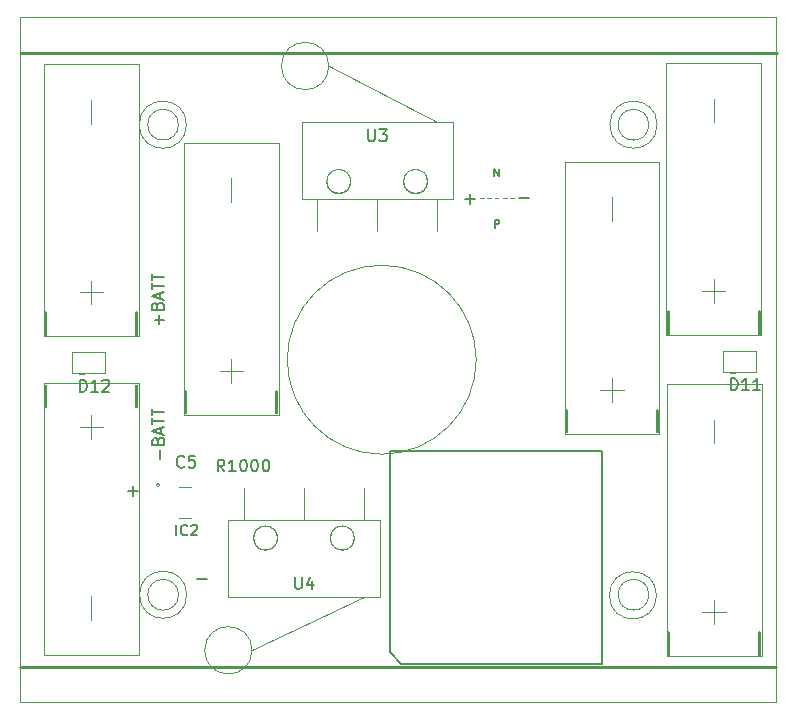
<source format=gbr>
%TF.GenerationSoftware,KiCad,Pcbnew,5.0.2-bee76a0~70~ubuntu18.04.1*%
%TF.CreationDate,2020-02-29T17:25:56-08:00*%
%TF.ProjectId,ypanel,7970616e-656c-42e6-9b69-6361645f7063,rev?*%
%TF.SameCoordinates,Original*%
%TF.FileFunction,Legend,Top*%
%TF.FilePolarity,Positive*%
%FSLAX46Y46*%
G04 Gerber Fmt 4.6, Leading zero omitted, Abs format (unit mm)*
G04 Created by KiCad (PCBNEW 5.0.2-bee76a0~70~ubuntu18.04.1) date Sat 29 Feb 2020 05:25:56 PM PST*
%MOMM*%
%LPD*%
G01*
G04 APERTURE LIST*
%ADD10C,0.100000*%
%ADD11C,0.120000*%
%ADD12C,0.203200*%
%ADD13C,0.150000*%
%ADD14C,0.254000*%
%ADD15C,0.050000*%
%ADD16C,0.127000*%
%ADD17C,0.101600*%
G04 APERTURE END LIST*
D10*
X166850000Y-118950000D02*
G75*
G03X166850000Y-118950000I-2000000J0D01*
G01*
X166900000Y-79100000D02*
G75*
G03X166900000Y-79100000I-2000000J0D01*
G01*
D11*
X144800000Y-125050000D02*
X162800000Y-125050000D01*
X127050000Y-79100000D02*
G75*
G03X127050000Y-79100000I-2000000J0D01*
G01*
D10*
X127075000Y-118900000D02*
G75*
G03X127075000Y-118900000I-2000000J0D01*
G01*
X151587000Y-99000001D02*
G75*
G03X151587000Y-99000001I-8000000J0D01*
G01*
X134779564Y-114100000D02*
G75*
G03X134779564Y-114100000I-1029564J0D01*
G01*
X141279564Y-114100000D02*
G75*
G03X141279564Y-114100000I-1029564J0D01*
G01*
X126375000Y-118900000D02*
G75*
G03X126375000Y-118900000I-1300000J0D01*
G01*
X140979564Y-83920436D02*
G75*
G03X140979564Y-83920436I-1029564J0D01*
G01*
X147479564Y-83920436D02*
G75*
G03X147479564Y-83920436I-1029564J0D01*
G01*
X176975000Y-70000000D02*
X176975000Y-128000000D01*
D12*
X127914571Y-117531242D02*
X128785428Y-117531242D01*
X122114571Y-110131642D02*
X122985428Y-110131642D01*
X122550000Y-110567071D02*
X122550000Y-109696214D01*
D13*
X124785428Y-107430628D02*
X124785428Y-106668723D01*
X124642571Y-105859200D02*
X124690190Y-105716342D01*
X124737809Y-105668723D01*
X124833047Y-105621104D01*
X124975904Y-105621104D01*
X125071142Y-105668723D01*
X125118761Y-105716342D01*
X125166380Y-105811580D01*
X125166380Y-106192533D01*
X124166380Y-106192533D01*
X124166380Y-105859200D01*
X124214000Y-105763961D01*
X124261619Y-105716342D01*
X124356857Y-105668723D01*
X124452095Y-105668723D01*
X124547333Y-105716342D01*
X124594952Y-105763961D01*
X124642571Y-105859200D01*
X124642571Y-106192533D01*
X124880666Y-105240152D02*
X124880666Y-104763961D01*
X125166380Y-105335390D02*
X124166380Y-105002057D01*
X125166380Y-104668723D01*
X124166380Y-104478247D02*
X124166380Y-103906819D01*
X125166380Y-104192533D02*
X124166380Y-104192533D01*
X124166380Y-103716342D02*
X124166380Y-103144914D01*
X125166380Y-103430628D02*
X124166380Y-103430628D01*
X124734628Y-96000628D02*
X124734628Y-95238723D01*
X125115580Y-95619676D02*
X124353676Y-95619676D01*
X124591771Y-94429200D02*
X124639390Y-94286342D01*
X124687009Y-94238723D01*
X124782247Y-94191104D01*
X124925104Y-94191104D01*
X125020342Y-94238723D01*
X125067961Y-94286342D01*
X125115580Y-94381580D01*
X125115580Y-94762533D01*
X124115580Y-94762533D01*
X124115580Y-94429200D01*
X124163200Y-94333961D01*
X124210819Y-94286342D01*
X124306057Y-94238723D01*
X124401295Y-94238723D01*
X124496533Y-94286342D01*
X124544152Y-94333961D01*
X124591771Y-94429200D01*
X124591771Y-94762533D01*
X124829866Y-93810152D02*
X124829866Y-93333961D01*
X125115580Y-93905390D02*
X124115580Y-93572057D01*
X125115580Y-93238723D01*
X124115580Y-93048247D02*
X124115580Y-92476819D01*
X125115580Y-92762533D02*
X124115580Y-92762533D01*
X124115580Y-92286342D02*
X124115580Y-91714914D01*
X125115580Y-92000628D02*
X124115580Y-92000628D01*
D14*
X113030000Y-72999600D02*
X177017200Y-72999600D01*
X113000000Y-125000000D02*
X176987200Y-125000000D01*
D10*
X166200000Y-118900000D02*
G75*
G03X166200000Y-118900000I-1300000J0D01*
G01*
D15*
X126372800Y-79100000D02*
G75*
G03X126372800Y-79100000I-1300000J0D01*
G01*
D10*
X166195000Y-79102480D02*
G75*
G03X166195000Y-79102480I-1300000J0D01*
G01*
X176975000Y-70000000D02*
X113000000Y-70000000D01*
X113000000Y-128000000D02*
X176975000Y-128000000D01*
X113000000Y-70000000D02*
X113000000Y-128000000D01*
D12*
X155214571Y-85331642D02*
X156085428Y-85331642D01*
D16*
X153147290Y-87816461D02*
X153147290Y-87181461D01*
X153389195Y-87181461D01*
X153449671Y-87211700D01*
X153479909Y-87241938D01*
X153510147Y-87302414D01*
X153510147Y-87393128D01*
X153479909Y-87453604D01*
X153449671Y-87483842D01*
X153389195Y-87514080D01*
X153147290Y-87514080D01*
X153481428Y-82812738D02*
X153481428Y-83447738D01*
X153118571Y-82812738D01*
X153118571Y-83447738D01*
D12*
X150617571Y-85413742D02*
X151488428Y-85413742D01*
X151053000Y-85849171D02*
X151053000Y-84978314D01*
D11*
X152259500Y-85332100D02*
X151942000Y-85332100D01*
X153466000Y-85332100D02*
X153148500Y-85332100D01*
X152513500Y-85332100D02*
X152831000Y-85332100D01*
X153847000Y-85332100D02*
X154164500Y-85332100D01*
X154799500Y-85332100D02*
X154482000Y-85332100D01*
D13*
X162250000Y-106750000D02*
X162250000Y-124750000D01*
X144250000Y-106750000D02*
X162250000Y-106750000D01*
X144250000Y-123750000D02*
X144250000Y-106750000D01*
X145250000Y-124750000D02*
X144250000Y-123750000D01*
X162250000Y-124750000D02*
X145250000Y-124750000D01*
D11*
X117945000Y-100250500D02*
X118345000Y-100250500D01*
X117345000Y-98350500D02*
X120145000Y-98350500D01*
X117345000Y-100150500D02*
X117345000Y-98350500D01*
X120145000Y-100150500D02*
X117345000Y-100150500D01*
X120145000Y-98350500D02*
X120145000Y-100150500D01*
X173063000Y-100123500D02*
X173463000Y-100123500D01*
X172463000Y-98223500D02*
X175263000Y-98223500D01*
X172463000Y-100023500D02*
X172463000Y-98223500D01*
X175263000Y-100023500D02*
X172463000Y-100023500D01*
X175263000Y-98223500D02*
X175263000Y-100023500D01*
D12*
X159198480Y-103250000D02*
X159198480Y-105150000D01*
X159198480Y-103250000D02*
X159298480Y-103250000D01*
X159298480Y-103250000D02*
X159298480Y-105150000D01*
X166898480Y-103250000D02*
X166998480Y-103250000D01*
X166998480Y-103250000D02*
X166998480Y-105150000D01*
X166898480Y-103250000D02*
X166898480Y-105150000D01*
D11*
X163098480Y-87250000D02*
X163098480Y-85250000D01*
X163098480Y-102550000D02*
X163098480Y-100550000D01*
X162098480Y-101550000D02*
X164098480Y-101550000D01*
X167098480Y-105250000D02*
X159098480Y-105250000D01*
X167098480Y-82250000D02*
X167098480Y-105250000D01*
X159098480Y-82250000D02*
X167098480Y-82250000D01*
X159098480Y-105250000D02*
X159098480Y-82250000D01*
X142100000Y-109900000D02*
X142100000Y-112500000D01*
X137000000Y-109900000D02*
X137000000Y-112500000D01*
X131900000Y-109900000D02*
X131900000Y-112500000D01*
X143400000Y-119100000D02*
X130600000Y-119100000D01*
X130600000Y-112600000D02*
X130600000Y-119100000D01*
X130600000Y-112600000D02*
X143400000Y-112600000D01*
X143400000Y-119100000D02*
X143400000Y-112600000D01*
X134750000Y-114100000D02*
G75*
G03X134750000Y-114100000I-1000000J0D01*
G01*
X141250000Y-114100000D02*
G75*
G03X141250000Y-114100000I-1000000J0D01*
G01*
X132600000Y-123600000D02*
G75*
G03X132600000Y-123600000I-2000000J0D01*
G01*
X142080000Y-119100000D02*
X132600000Y-123600000D01*
X138100000Y-88100000D02*
X138100000Y-85500000D01*
X143200000Y-88100000D02*
X143200000Y-85500000D01*
X148300000Y-88100000D02*
X148300000Y-85500000D01*
X136800000Y-78900000D02*
X149600000Y-78900000D01*
X149600000Y-85400000D02*
X149600000Y-78900000D01*
X149600000Y-85400000D02*
X136800000Y-85400000D01*
X136800000Y-78900000D02*
X136800000Y-85400000D01*
X147450000Y-83900000D02*
G75*
G03X147450000Y-83900000I-1000000J0D01*
G01*
X140950000Y-83900000D02*
G75*
G03X140950000Y-83900000I-1000000J0D01*
G01*
X139100000Y-74130000D02*
G75*
G03X139100000Y-74130000I-2000000J0D01*
G01*
X139100000Y-74130000D02*
X148280000Y-78900000D01*
D17*
X124604600Y-109598700D02*
G75*
G02X124704600Y-109598700I50000J0D01*
G01*
X124704600Y-109598700D02*
G75*
G02X124604600Y-109598700I-50000J0D01*
G01*
D10*
X124504600Y-109598700D02*
G75*
G02X124804600Y-109598700I150000J0D01*
G01*
X124804600Y-109598700D02*
G75*
G02X124504600Y-109598700I-150000J0D01*
G01*
X126404600Y-112398700D02*
X127404600Y-112405700D01*
X126404600Y-109798700D02*
X127404600Y-109795700D01*
D12*
X115100000Y-95000000D02*
X115100000Y-96900000D01*
X115100000Y-95000000D02*
X115200000Y-95000000D01*
X115200000Y-95000000D02*
X115200000Y-96900000D01*
X122800000Y-95000000D02*
X122900000Y-95000000D01*
X122900000Y-95000000D02*
X122900000Y-96900000D01*
X122800000Y-95000000D02*
X122800000Y-96900000D01*
D11*
X119000000Y-79000000D02*
X119000000Y-77000000D01*
X119000000Y-94300000D02*
X119000000Y-92300000D01*
X118000000Y-93300000D02*
X120000000Y-93300000D01*
X123000000Y-97000000D02*
X115000000Y-97000000D01*
X123000000Y-74000000D02*
X123000000Y-97000000D01*
X115000000Y-74000000D02*
X123000000Y-74000000D01*
X115000000Y-97000000D02*
X115000000Y-74000000D01*
D12*
X167842100Y-122063000D02*
X167842100Y-123963000D01*
X167842100Y-122063000D02*
X167942100Y-122063000D01*
X167942100Y-122063000D02*
X167942100Y-123963000D01*
X175542100Y-122063000D02*
X175642100Y-122063000D01*
X175642100Y-122063000D02*
X175642100Y-123963000D01*
X175542100Y-122063000D02*
X175542100Y-123963000D01*
D11*
X171742100Y-106063000D02*
X171742100Y-104063000D01*
X171742100Y-121363000D02*
X171742100Y-119363000D01*
X170742100Y-120363000D02*
X172742100Y-120363000D01*
X175742100Y-124063000D02*
X167742100Y-124063000D01*
X175742100Y-101063000D02*
X175742100Y-124063000D01*
X167742100Y-101063000D02*
X175742100Y-101063000D01*
X167742100Y-124063000D02*
X167742100Y-101063000D01*
D12*
X126950000Y-101650000D02*
X126950000Y-103550000D01*
X126950000Y-101650000D02*
X127050000Y-101650000D01*
X127050000Y-101650000D02*
X127050000Y-103550000D01*
X134650000Y-101650000D02*
X134750000Y-101650000D01*
X134750000Y-101650000D02*
X134750000Y-103550000D01*
X134650000Y-101650000D02*
X134650000Y-103550000D01*
D11*
X130850000Y-85650000D02*
X130850000Y-83650000D01*
X130850000Y-100950000D02*
X130850000Y-98950000D01*
X129850000Y-99950000D02*
X131850000Y-99950000D01*
X134850000Y-103650000D02*
X126850000Y-103650000D01*
X134850000Y-80650000D02*
X134850000Y-103650000D01*
X126850000Y-80650000D02*
X134850000Y-80650000D01*
X126850000Y-103650000D02*
X126850000Y-80650000D01*
D12*
X122900000Y-103000000D02*
X122900000Y-101100000D01*
X122900000Y-103000000D02*
X122800000Y-103000000D01*
X122800000Y-103000000D02*
X122800000Y-101100000D01*
X115200000Y-103000000D02*
X115100000Y-103000000D01*
X115100000Y-103000000D02*
X115100000Y-101100000D01*
X115200000Y-103000000D02*
X115200000Y-101100000D01*
D11*
X119000000Y-119000000D02*
X119000000Y-121000000D01*
X119000000Y-103700000D02*
X119000000Y-105700000D01*
X120000000Y-104700000D02*
X118000000Y-104700000D01*
X115000000Y-101000000D02*
X123000000Y-101000000D01*
X115000000Y-124000000D02*
X115000000Y-101000000D01*
X123000000Y-124000000D02*
X115000000Y-124000000D01*
X123000000Y-101000000D02*
X123000000Y-124000000D01*
D12*
X167786220Y-94890080D02*
X167786220Y-96790080D01*
X167786220Y-94890080D02*
X167886220Y-94890080D01*
X167886220Y-94890080D02*
X167886220Y-96790080D01*
X175486220Y-94890080D02*
X175586220Y-94890080D01*
X175586220Y-94890080D02*
X175586220Y-96790080D01*
X175486220Y-94890080D02*
X175486220Y-96790080D01*
D11*
X171686220Y-78890080D02*
X171686220Y-76890080D01*
X171686220Y-94190080D02*
X171686220Y-92190080D01*
X170686220Y-93190080D02*
X172686220Y-93190080D01*
X175686220Y-96890080D02*
X167686220Y-96890080D01*
X175686220Y-73890080D02*
X175686220Y-96890080D01*
X167686220Y-73890080D02*
X175686220Y-73890080D01*
X167686220Y-96890080D02*
X167686220Y-73890080D01*
D13*
X118030714Y-101702880D02*
X118030714Y-100702880D01*
X118268809Y-100702880D01*
X118411666Y-100750500D01*
X118506904Y-100845738D01*
X118554523Y-100940976D01*
X118602142Y-101131452D01*
X118602142Y-101274309D01*
X118554523Y-101464785D01*
X118506904Y-101560023D01*
X118411666Y-101655261D01*
X118268809Y-101702880D01*
X118030714Y-101702880D01*
X119554523Y-101702880D02*
X118983095Y-101702880D01*
X119268809Y-101702880D02*
X119268809Y-100702880D01*
X119173571Y-100845738D01*
X119078333Y-100940976D01*
X118983095Y-100988595D01*
X119935476Y-100798119D02*
X119983095Y-100750500D01*
X120078333Y-100702880D01*
X120316428Y-100702880D01*
X120411666Y-100750500D01*
X120459285Y-100798119D01*
X120506904Y-100893357D01*
X120506904Y-100988595D01*
X120459285Y-101131452D01*
X119887857Y-101702880D01*
X120506904Y-101702880D01*
X173148714Y-101575880D02*
X173148714Y-100575880D01*
X173386809Y-100575880D01*
X173529666Y-100623500D01*
X173624904Y-100718738D01*
X173672523Y-100813976D01*
X173720142Y-101004452D01*
X173720142Y-101147309D01*
X173672523Y-101337785D01*
X173624904Y-101433023D01*
X173529666Y-101528261D01*
X173386809Y-101575880D01*
X173148714Y-101575880D01*
X174672523Y-101575880D02*
X174101095Y-101575880D01*
X174386809Y-101575880D02*
X174386809Y-100575880D01*
X174291571Y-100718738D01*
X174196333Y-100813976D01*
X174101095Y-100861595D01*
X175624904Y-101575880D02*
X175053476Y-101575880D01*
X175339190Y-101575880D02*
X175339190Y-100575880D01*
X175243952Y-100718738D01*
X175148714Y-100813976D01*
X175053476Y-100861595D01*
X136238095Y-117402380D02*
X136238095Y-118211904D01*
X136285714Y-118307142D01*
X136333333Y-118354761D01*
X136428571Y-118402380D01*
X136619047Y-118402380D01*
X136714285Y-118354761D01*
X136761904Y-118307142D01*
X136809523Y-118211904D01*
X136809523Y-117402380D01*
X137714285Y-117735714D02*
X137714285Y-118402380D01*
X137476190Y-117354761D02*
X137238095Y-118069047D01*
X137857142Y-118069047D01*
X142438095Y-79502380D02*
X142438095Y-80311904D01*
X142485714Y-80407142D01*
X142533333Y-80454761D01*
X142628571Y-80502380D01*
X142819047Y-80502380D01*
X142914285Y-80454761D01*
X142961904Y-80407142D01*
X143009523Y-80311904D01*
X143009523Y-79502380D01*
X143390476Y-79502380D02*
X144009523Y-79502380D01*
X143676190Y-79883333D01*
X143819047Y-79883333D01*
X143914285Y-79930952D01*
X143961904Y-79978571D01*
X144009523Y-80073809D01*
X144009523Y-80311904D01*
X143961904Y-80407142D01*
X143914285Y-80454761D01*
X143819047Y-80502380D01*
X143533333Y-80502380D01*
X143438095Y-80454761D01*
X143390476Y-80407142D01*
D16*
X126182166Y-113852166D02*
X126182166Y-112963166D01*
X127113500Y-113767500D02*
X127071166Y-113809833D01*
X126944166Y-113852166D01*
X126859500Y-113852166D01*
X126732500Y-113809833D01*
X126647833Y-113725166D01*
X126605500Y-113640500D01*
X126563166Y-113471166D01*
X126563166Y-113344166D01*
X126605500Y-113174833D01*
X126647833Y-113090166D01*
X126732500Y-113005500D01*
X126859500Y-112963166D01*
X126944166Y-112963166D01*
X127071166Y-113005500D01*
X127113500Y-113047833D01*
X127452166Y-113047833D02*
X127494500Y-113005500D01*
X127579166Y-112963166D01*
X127790833Y-112963166D01*
X127875500Y-113005500D01*
X127917833Y-113047833D01*
X127960166Y-113132500D01*
X127960166Y-113217166D01*
X127917833Y-113344166D01*
X127409833Y-113852166D01*
X127960166Y-113852166D01*
D13*
X130254761Y-108452380D02*
X129921428Y-107976190D01*
X129683333Y-108452380D02*
X129683333Y-107452380D01*
X130064285Y-107452380D01*
X130159523Y-107500000D01*
X130207142Y-107547619D01*
X130254761Y-107642857D01*
X130254761Y-107785714D01*
X130207142Y-107880952D01*
X130159523Y-107928571D01*
X130064285Y-107976190D01*
X129683333Y-107976190D01*
X131207142Y-108452380D02*
X130635714Y-108452380D01*
X130921428Y-108452380D02*
X130921428Y-107452380D01*
X130826190Y-107595238D01*
X130730952Y-107690476D01*
X130635714Y-107738095D01*
X131826190Y-107452380D02*
X131921428Y-107452380D01*
X132016666Y-107500000D01*
X132064285Y-107547619D01*
X132111904Y-107642857D01*
X132159523Y-107833333D01*
X132159523Y-108071428D01*
X132111904Y-108261904D01*
X132064285Y-108357142D01*
X132016666Y-108404761D01*
X131921428Y-108452380D01*
X131826190Y-108452380D01*
X131730952Y-108404761D01*
X131683333Y-108357142D01*
X131635714Y-108261904D01*
X131588095Y-108071428D01*
X131588095Y-107833333D01*
X131635714Y-107642857D01*
X131683333Y-107547619D01*
X131730952Y-107500000D01*
X131826190Y-107452380D01*
X132778571Y-107452380D02*
X132873809Y-107452380D01*
X132969047Y-107500000D01*
X133016666Y-107547619D01*
X133064285Y-107642857D01*
X133111904Y-107833333D01*
X133111904Y-108071428D01*
X133064285Y-108261904D01*
X133016666Y-108357142D01*
X132969047Y-108404761D01*
X132873809Y-108452380D01*
X132778571Y-108452380D01*
X132683333Y-108404761D01*
X132635714Y-108357142D01*
X132588095Y-108261904D01*
X132540476Y-108071428D01*
X132540476Y-107833333D01*
X132588095Y-107642857D01*
X132635714Y-107547619D01*
X132683333Y-107500000D01*
X132778571Y-107452380D01*
X133730952Y-107452380D02*
X133826190Y-107452380D01*
X133921428Y-107500000D01*
X133969047Y-107547619D01*
X134016666Y-107642857D01*
X134064285Y-107833333D01*
X134064285Y-108071428D01*
X134016666Y-108261904D01*
X133969047Y-108357142D01*
X133921428Y-108404761D01*
X133826190Y-108452380D01*
X133730952Y-108452380D01*
X133635714Y-108404761D01*
X133588095Y-108357142D01*
X133540476Y-108261904D01*
X133492857Y-108071428D01*
X133492857Y-107833333D01*
X133540476Y-107642857D01*
X133588095Y-107547619D01*
X133635714Y-107500000D01*
X133730952Y-107452380D01*
X126864933Y-108039542D02*
X126817314Y-108087161D01*
X126674457Y-108134780D01*
X126579219Y-108134780D01*
X126436361Y-108087161D01*
X126341123Y-107991923D01*
X126293504Y-107896685D01*
X126245885Y-107706209D01*
X126245885Y-107563352D01*
X126293504Y-107372876D01*
X126341123Y-107277638D01*
X126436361Y-107182400D01*
X126579219Y-107134780D01*
X126674457Y-107134780D01*
X126817314Y-107182400D01*
X126864933Y-107230019D01*
X127769695Y-107134780D02*
X127293504Y-107134780D01*
X127245885Y-107610971D01*
X127293504Y-107563352D01*
X127388742Y-107515733D01*
X127626838Y-107515733D01*
X127722076Y-107563352D01*
X127769695Y-107610971D01*
X127817314Y-107706209D01*
X127817314Y-107944304D01*
X127769695Y-108039542D01*
X127722076Y-108087161D01*
X127626838Y-108134780D01*
X127388742Y-108134780D01*
X127293504Y-108087161D01*
X127245885Y-108039542D01*
M02*

</source>
